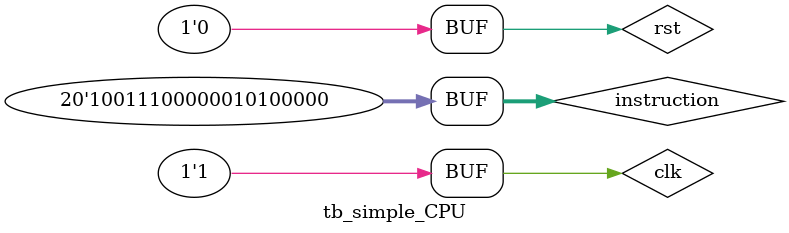
<source format=sv>
`timescale 1ns / 1ps
 
module tb_simple_CPU;
       
    parameter DATA_WIDTH = 8; //8 bit wide data
    parameter ADDR_BITS = 5; //32 Addresses
    parameter INSTR_WIDTH =20; //20b instruction
   	
    reg clk, rst;
    reg [INSTR_WIDTH-1:0] instruction;

    
    simple_cpu  #(DATA_WIDTH,ADDR_BITS,INSTR_WIDTH) SCPU_DUT(clk, rst, instruction);
    
    initial begin
      
      	$dumpfile("dump.vcd");
      	$dumpvars;
        
        
        clk = 1'b1;
        rst = 1'b1;
        instruction = 20'd0;
        repeat(3) #1 clk=!clk;
        rst = 1'b0;
        repeat(2) #1 clk=!clk;
                
                
        /*Info on the simple CPU:
            * Reset sets regfile = [0,1,2,3]
            * ADD = opcode 0, SUB = opcode 1  
        */
            
                                        //ADD:    reg0  = reg1 + reg3   //1+3=4
        //In the instruction this is:    (instr)  (X1)    (X2)   (X3)  
        instruction = 20'b01000111000000000000;
        repeat(8) #1 clk=!clk; //4 rising edges
        
                                        //ADD:    reg1  = reg0 + reg3   //4+3=7
        //In the instruction this is:    (instr)  (X1)    (X2)   (X3)
        instruction = 20'b01010011000000000000;
        repeat(6) #1 clk=!clk; 
                
                                         //SUB:   reg3  = reg0 - reg2  //4-2=2  
       //In the instruction this is:    (instr)  (X1)    (X2)   (X3) 
        instruction = 20'b01110010000000000001;
        repeat(6) #1 clk=!clk;
        
                                         //STORE_R:   DATA_MEM(reg2 + 15) = reg1  //DATA_MEM(2+15)=7  
        //In the instruction this is:    (instr)               (X2)         (X1)
        instruction = 20'b11011000000011110000;
        repeat(6) #1 clk=!clk;
        
    								  //STORE_R:		DATA_MEM(reg3 + 22) = reg0  //DATA_MEM(2+20)= 4  
        //In the instruction this is:    (instr)                 (X2)         (X1)
        instruction = 20'b11001100000101100000;
        repeat(6) #1 clk=!clk;

                                           //LOAD_R:   DATA_MEM(reg2 + 15) = reg3  //reg3 = DATA_MEM(2+15)  -> reg3 becomes 7  
        //In the instruction this is:    (instr)                (X2)         (X1)
        instruction = 20'b10111000000011110000;
      	repeat(6) #1 clk=!clk;
        
        // LOAD_R: R1 = data_mem[R3+10] or 
        // LDR R1, [R3,10];
        instruction = 20'b10011100000010100000;
        repeat(7) #1 clk=!clk;
    end
    
    
endmodule
</source>
